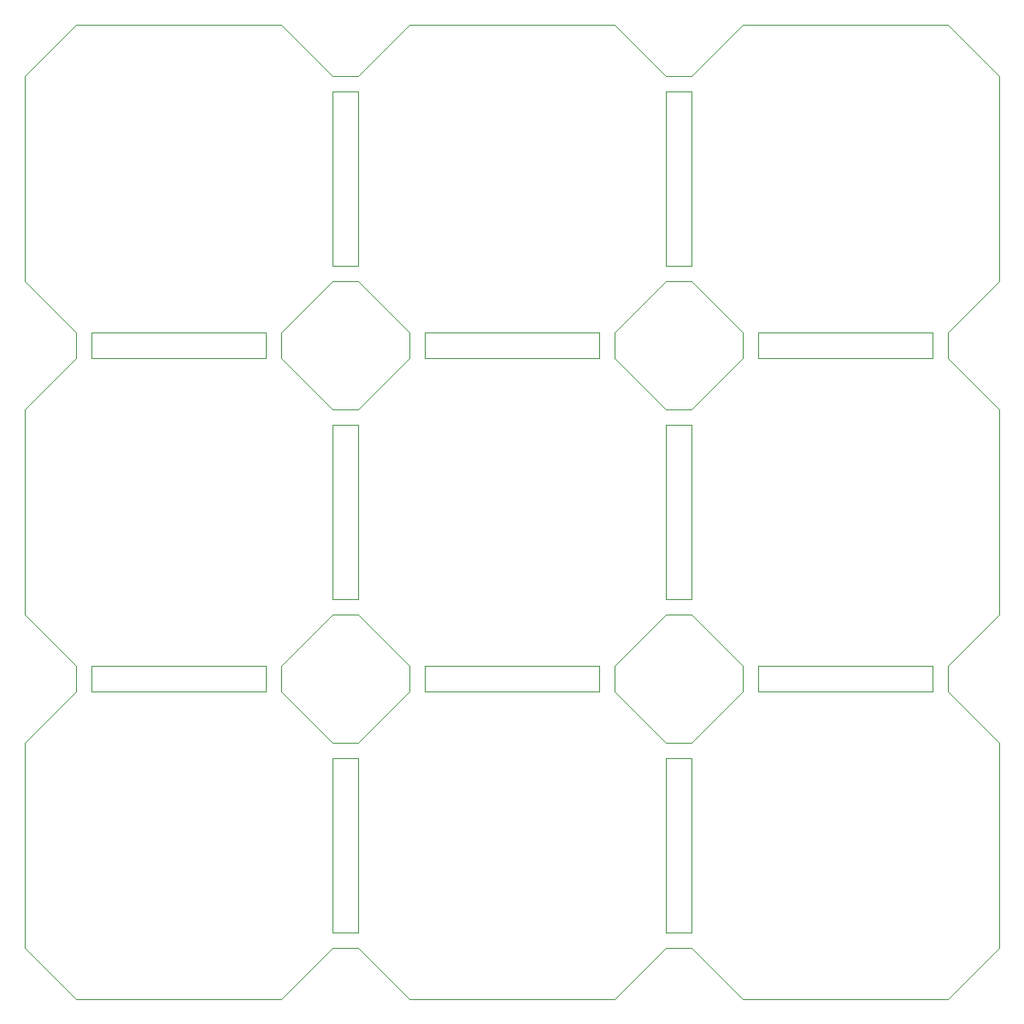
<source format=gbr>
%TF.GenerationSoftware,KiCad,Pcbnew,7.0.8*%
%TF.CreationDate,2024-03-04T23:40:14+01:00*%
%TF.ProjectId,scalenie,7363616c-656e-4696-952e-6b696361645f,rev?*%
%TF.SameCoordinates,Original*%
%TF.FileFunction,Profile,NP*%
%FSLAX46Y46*%
G04 Gerber Fmt 4.6, Leading zero omitted, Abs format (unit mm)*
G04 Created by KiCad (PCBNEW 7.0.8) date 2024-03-04 23:40:14*
%MOMM*%
%LPD*%
G01*
G04 APERTURE LIST*
%TA.AperFunction,Profile*%
%ADD10C,0.100000*%
%TD*%
G04 APERTURE END LIST*
D10*
X122174000Y-141224000D02*
X104902000Y-141224000D01*
X104902000Y-138684000D02*
X122174000Y-138684000D01*
X155194000Y-108204000D02*
X137922000Y-108204000D01*
X137922000Y-105664000D02*
X155194000Y-105664000D01*
X71882000Y-108204000D02*
X89154000Y-108204000D01*
X71882000Y-105664000D02*
X89154000Y-105664000D01*
X98298000Y-99060000D02*
X98298000Y-81788000D01*
X95758000Y-81788000D02*
X95758000Y-99060000D01*
X131318000Y-99060000D02*
X131318000Y-81788000D01*
X128778000Y-81788000D02*
X128778000Y-99060000D01*
X128778000Y-113284000D02*
X131318000Y-113284000D01*
X128778000Y-133604000D02*
X131318000Y-133604000D01*
X155194000Y-141224000D02*
X137922000Y-141224000D01*
X137922000Y-138684000D02*
X155194000Y-138684000D01*
X95758000Y-166624000D02*
X98298000Y-166624000D01*
X95758000Y-146304000D02*
X98298000Y-146304000D01*
X71882000Y-141224000D02*
X89154000Y-141224000D01*
X71882000Y-138684000D02*
X89154000Y-138684000D01*
X95758000Y-133604000D02*
X98298000Y-133604000D01*
X95758000Y-113284000D02*
X98298000Y-113284000D01*
X122174000Y-108204000D02*
X104902000Y-108204000D01*
X104902000Y-105664000D02*
X122174000Y-105664000D01*
X128778000Y-114808000D02*
X128778000Y-132080000D01*
X131318000Y-132080000D02*
X131318000Y-114808000D01*
X128778000Y-132080000D02*
X131318000Y-132080000D01*
X131318000Y-114808000D02*
X128778000Y-114808000D01*
X95758000Y-114808000D02*
X95758000Y-132080000D01*
X98298000Y-132080000D02*
X98298000Y-114808000D01*
X95758000Y-132080000D02*
X98298000Y-132080000D01*
X98298000Y-114808000D02*
X95758000Y-114808000D01*
X95758000Y-147828000D02*
X95758000Y-165100000D01*
X98298000Y-165100000D02*
X98298000Y-147828000D01*
X95758000Y-165100000D02*
X98298000Y-165100000D01*
X98298000Y-147828000D02*
X95758000Y-147828000D01*
X128778000Y-147828000D02*
X128778000Y-165100000D01*
X131318000Y-165100000D02*
X131318000Y-147828000D01*
X128778000Y-165100000D02*
X131318000Y-165100000D01*
X131318000Y-166624000D02*
X128778000Y-166624000D01*
X131318000Y-147828000D02*
X128778000Y-147828000D01*
X128778000Y-146304000D02*
X131318000Y-146304000D01*
X161798000Y-166624000D02*
X156718000Y-171704000D01*
X156718000Y-141224000D02*
X161798000Y-146304000D01*
X131318000Y-146304000D02*
X136398000Y-141224000D01*
X136398000Y-171704000D02*
X131318000Y-166624000D01*
X161798000Y-146304000D02*
X161798000Y-166624000D01*
X156718000Y-171704000D02*
X136398000Y-171704000D01*
X155194000Y-138684000D02*
X155194000Y-141224000D01*
X156718000Y-141224000D02*
X156718000Y-138684000D01*
X137922000Y-138684000D02*
X137922000Y-141224000D01*
X136398000Y-141224000D02*
X136398000Y-138684000D01*
X128778000Y-166624000D02*
X123698000Y-171704000D01*
X123698000Y-141224000D02*
X128778000Y-146304000D01*
X98298000Y-146304000D02*
X103378000Y-141224000D01*
X103378000Y-171704000D02*
X98298000Y-166624000D01*
X123698000Y-171704000D02*
X103378000Y-171704000D01*
X122174000Y-138684000D02*
X122174000Y-141224000D01*
X123698000Y-141224000D02*
X123698000Y-138684000D01*
X104902000Y-138684000D02*
X104902000Y-141224000D01*
X103378000Y-141224000D02*
X103378000Y-138684000D01*
X65278000Y-166624000D02*
X65278000Y-146304000D01*
X95758000Y-166624000D02*
X90678000Y-171704000D01*
X90678000Y-141224000D02*
X95758000Y-146304000D01*
X65278000Y-146304000D02*
X70358000Y-141224000D01*
X70358000Y-171704000D02*
X65278000Y-166624000D01*
X90678000Y-171704000D02*
X70358000Y-171704000D01*
X89154000Y-138684000D02*
X89154000Y-141224000D01*
X90678000Y-141224000D02*
X90678000Y-138684000D01*
X71882000Y-138684000D02*
X71882000Y-141224000D01*
X70358000Y-141224000D02*
X70358000Y-138684000D01*
X161798000Y-133604000D02*
X156718000Y-138684000D01*
X156718000Y-108204000D02*
X161798000Y-113284000D01*
X131318000Y-113284000D02*
X136398000Y-108204000D01*
X136398000Y-138684000D02*
X131318000Y-133604000D01*
X161798000Y-113284000D02*
X161798000Y-133604000D01*
X155194000Y-105664000D02*
X155194000Y-108204000D01*
X156718000Y-108204000D02*
X156718000Y-105664000D01*
X137922000Y-105664000D02*
X137922000Y-108204000D01*
X136398000Y-108204000D02*
X136398000Y-105664000D01*
X128778000Y-133604000D02*
X123698000Y-138684000D01*
X123698000Y-108204000D02*
X128778000Y-113284000D01*
X98298000Y-113284000D02*
X103378000Y-108204000D01*
X103378000Y-138684000D02*
X98298000Y-133604000D01*
X122174000Y-105664000D02*
X122174000Y-108204000D01*
X123698000Y-108204000D02*
X123698000Y-105664000D01*
X104902000Y-105664000D02*
X104902000Y-108204000D01*
X103378000Y-108204000D02*
X103378000Y-105664000D01*
X65278000Y-133604000D02*
X65278000Y-113284000D01*
X95758000Y-133604000D02*
X90678000Y-138684000D01*
X90678000Y-108204000D02*
X95758000Y-113284000D01*
X65278000Y-113284000D02*
X70358000Y-108204000D01*
X70358000Y-138684000D02*
X65278000Y-133604000D01*
X89154000Y-105664000D02*
X89154000Y-108204000D01*
X90678000Y-108204000D02*
X90678000Y-105664000D01*
X71882000Y-105664000D02*
X71882000Y-108204000D01*
X70358000Y-108204000D02*
X70358000Y-105664000D01*
X136398000Y-75184000D02*
X156718000Y-75184000D01*
X136398000Y-105664000D02*
X131318000Y-100584000D01*
X161798000Y-100584000D02*
X156718000Y-105664000D01*
X161798000Y-80264000D02*
X161798000Y-100584000D01*
X156718000Y-75184000D02*
X161798000Y-80264000D01*
X131318000Y-80264000D02*
X136398000Y-75184000D01*
X103378000Y-75184000D02*
X123698000Y-75184000D01*
X103378000Y-105664000D02*
X98298000Y-100584000D01*
X128778000Y-100584000D02*
X123698000Y-105664000D01*
X123698000Y-75184000D02*
X128778000Y-80264000D01*
X98298000Y-80264000D02*
X103378000Y-75184000D01*
X131318000Y-99060000D02*
X128778000Y-99060000D01*
X128778000Y-100584000D02*
X131318000Y-100584000D01*
X131318000Y-81788000D02*
X128778000Y-81788000D01*
X128778000Y-80264000D02*
X131318000Y-80264000D01*
X98298000Y-99060000D02*
X95758000Y-99060000D01*
X95758000Y-100584000D02*
X98298000Y-100584000D01*
X98298000Y-81788000D02*
X95758000Y-81788000D01*
X95758000Y-80264000D02*
X98298000Y-80264000D01*
X65278000Y-100584000D02*
X65278000Y-80264000D01*
X65278000Y-80264000D02*
X70358000Y-75184000D01*
X90678000Y-75184000D02*
X95758000Y-80264000D01*
X95758000Y-100584000D02*
X90678000Y-105664000D01*
X70358000Y-75184000D02*
X90678000Y-75184000D01*
X70358000Y-105664000D02*
X65278000Y-100584000D01*
M02*

</source>
